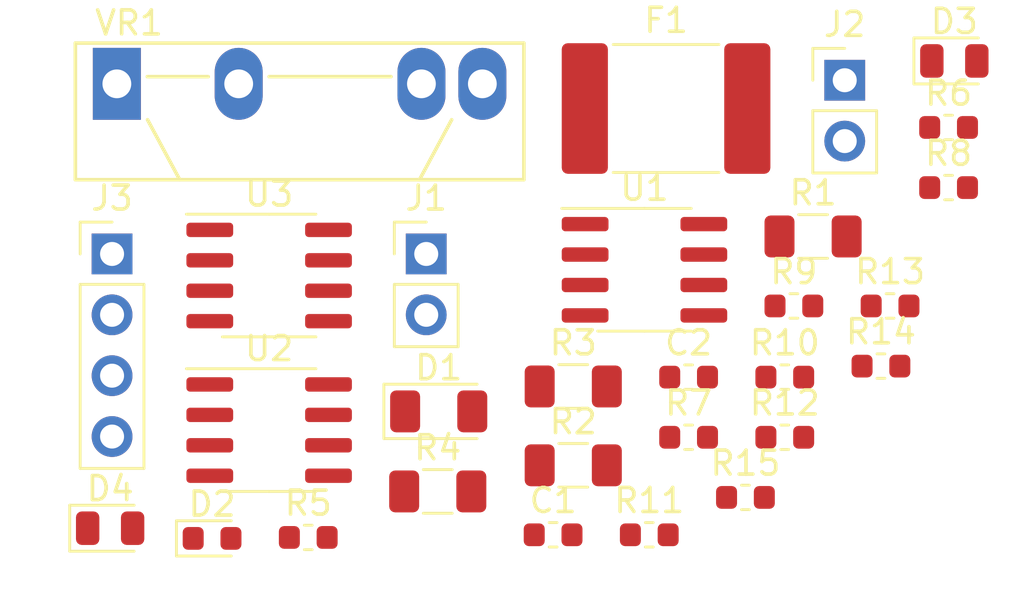
<source format=kicad_pcb>
(kicad_pcb (version 20171130) (host pcbnew "(5.1.4)-1")

  (general
    (thickness 1.6)
    (drawings 0)
    (tracks 0)
    (zones 0)
    (modules 29)
    (nets 25)
  )

  (page A4)
  (layers
    (0 F.Cu signal)
    (31 B.Cu signal)
    (32 B.Adhes user)
    (33 F.Adhes user)
    (34 B.Paste user)
    (35 F.Paste user)
    (36 B.SilkS user)
    (37 F.SilkS user)
    (38 B.Mask user)
    (39 F.Mask user)
    (40 Dwgs.User user)
    (41 Cmts.User user)
    (42 Eco1.User user)
    (43 Eco2.User user)
    (44 Edge.Cuts user)
    (45 Margin user)
    (46 B.CrtYd user)
    (47 F.CrtYd user)
    (48 B.Fab user)
    (49 F.Fab user)
  )

  (setup
    (last_trace_width 0.25)
    (trace_clearance 0.2)
    (zone_clearance 0.508)
    (zone_45_only no)
    (trace_min 0.2)
    (via_size 0.8)
    (via_drill 0.4)
    (via_min_size 0.4)
    (via_min_drill 0.3)
    (uvia_size 0.3)
    (uvia_drill 0.1)
    (uvias_allowed no)
    (uvia_min_size 0.2)
    (uvia_min_drill 0.1)
    (edge_width 0.1)
    (segment_width 0.2)
    (pcb_text_width 0.3)
    (pcb_text_size 1.5 1.5)
    (mod_edge_width 0.15)
    (mod_text_size 1 1)
    (mod_text_width 0.15)
    (pad_size 1.524 1.524)
    (pad_drill 0.762)
    (pad_to_mask_clearance 0)
    (aux_axis_origin 0 0)
    (visible_elements FFFFFF7F)
    (pcbplotparams
      (layerselection 0x010fc_ffffffff)
      (usegerberextensions false)
      (usegerberattributes false)
      (usegerberadvancedattributes false)
      (creategerberjobfile false)
      (excludeedgelayer true)
      (linewidth 0.100000)
      (plotframeref false)
      (viasonmask false)
      (mode 1)
      (useauxorigin false)
      (hpglpennumber 1)
      (hpglpenspeed 20)
      (hpglpendiameter 15.000000)
      (psnegative false)
      (psa4output false)
      (plotreference true)
      (plotvalue true)
      (plotinvisibletext false)
      (padsonsilk false)
      (subtractmaskfromsilk false)
      (outputformat 1)
      (mirror false)
      (drillshape 1)
      (scaleselection 1)
      (outputdirectory ""))
  )

  (net 0 "")
  (net 1 GNDiso)
  (net 2 "Net-(C1-Pad1)")
  (net 3 "Net-(C2-Pad1)")
  (net 4 GND)
  (net 5 "Net-(D1-Pad1)")
  (net 6 "Net-(D1-Pad2)")
  (net 7 "Net-(D3-Pad2)")
  (net 8 "Net-(D3-Pad1)")
  (net 9 "Net-(D4-Pad1)")
  (net 10 +24V)
  (net 11 "Net-(F1-Pad1)")
  (net 12 "Net-(F1-Pad2)")
  (net 13 "Net-(J3-Pad2)")
  (net 14 "Net-(R1-Pad1)")
  (net 15 "Net-(R2-Pad1)")
  (net 16 "Net-(R6-Pad1)")
  (net 17 "Net-(R6-Pad2)")
  (net 18 "Net-(R7-Pad1)")
  (net 19 "Net-(R12-Pad2)")
  (net 20 "Net-(R10-Pad2)")
  (net 21 +5Viso)
  (net 22 "Net-(U1-Pad7)")
  (net 23 "Net-(U2-Pad8)")
  (net 24 "Net-(U2-Pad7)")

  (net_class Default "This is the default net class."
    (clearance 0.2)
    (trace_width 0.25)
    (via_dia 0.8)
    (via_drill 0.4)
    (uvia_dia 0.3)
    (uvia_drill 0.1)
    (add_net +24V)
    (add_net +5Viso)
    (add_net GND)
    (add_net GNDiso)
    (add_net "Net-(C1-Pad1)")
    (add_net "Net-(C2-Pad1)")
    (add_net "Net-(D1-Pad1)")
    (add_net "Net-(D1-Pad2)")
    (add_net "Net-(D3-Pad1)")
    (add_net "Net-(D3-Pad2)")
    (add_net "Net-(D4-Pad1)")
    (add_net "Net-(F1-Pad1)")
    (add_net "Net-(F1-Pad2)")
    (add_net "Net-(J3-Pad2)")
    (add_net "Net-(R1-Pad1)")
    (add_net "Net-(R10-Pad2)")
    (add_net "Net-(R12-Pad2)")
    (add_net "Net-(R2-Pad1)")
    (add_net "Net-(R6-Pad1)")
    (add_net "Net-(R6-Pad2)")
    (add_net "Net-(R7-Pad1)")
    (add_net "Net-(U1-Pad7)")
    (add_net "Net-(U2-Pad7)")
    (add_net "Net-(U2-Pad8)")
  )

  (module Capacitor_SMD:C_0603_1608Metric (layer F.Cu) (tedit 5B301BBE) (tstamp 5D738619)
    (at 224.052541 141.704081)
    (descr "Capacitor SMD 0603 (1608 Metric), square (rectangular) end terminal, IPC_7351 nominal, (Body size source: http://www.tortai-tech.com/upload/download/2011102023233369053.pdf), generated with kicad-footprint-generator")
    (tags capacitor)
    (path /5D70B813)
    (attr smd)
    (fp_text reference C1 (at 0 -1.43) (layer F.SilkS)
      (effects (font (size 1 1) (thickness 0.15)))
    )
    (fp_text value 10n (at 0 1.43) (layer F.Fab)
      (effects (font (size 1 1) (thickness 0.15)))
    )
    (fp_text user %R (at 0 0) (layer F.Fab)
      (effects (font (size 0.4 0.4) (thickness 0.06)))
    )
    (fp_line (start 1.48 0.73) (end -1.48 0.73) (layer F.CrtYd) (width 0.05))
    (fp_line (start 1.48 -0.73) (end 1.48 0.73) (layer F.CrtYd) (width 0.05))
    (fp_line (start -1.48 -0.73) (end 1.48 -0.73) (layer F.CrtYd) (width 0.05))
    (fp_line (start -1.48 0.73) (end -1.48 -0.73) (layer F.CrtYd) (width 0.05))
    (fp_line (start -0.162779 0.51) (end 0.162779 0.51) (layer F.SilkS) (width 0.12))
    (fp_line (start -0.162779 -0.51) (end 0.162779 -0.51) (layer F.SilkS) (width 0.12))
    (fp_line (start 0.8 0.4) (end -0.8 0.4) (layer F.Fab) (width 0.1))
    (fp_line (start 0.8 -0.4) (end 0.8 0.4) (layer F.Fab) (width 0.1))
    (fp_line (start -0.8 -0.4) (end 0.8 -0.4) (layer F.Fab) (width 0.1))
    (fp_line (start -0.8 0.4) (end -0.8 -0.4) (layer F.Fab) (width 0.1))
    (pad 2 smd roundrect (at 0.7875 0) (size 0.875 0.95) (layers F.Cu F.Paste F.Mask) (roundrect_rratio 0.25)
      (net 1 GNDiso))
    (pad 1 smd roundrect (at -0.7875 0) (size 0.875 0.95) (layers F.Cu F.Paste F.Mask) (roundrect_rratio 0.25)
      (net 2 "Net-(C1-Pad1)"))
    (model ${KISYS3DMOD}/Capacitor_SMD.3dshapes/C_0603_1608Metric.wrl
      (at (xyz 0 0 0))
      (scale (xyz 1 1 1))
      (rotate (xyz 0 0 0))
    )
  )

  (module Capacitor_SMD:C_0603_1608Metric (layer F.Cu) (tedit 5B301BBE) (tstamp 5D73862A)
    (at 229.702541 135.124081)
    (descr "Capacitor SMD 0603 (1608 Metric), square (rectangular) end terminal, IPC_7351 nominal, (Body size source: http://www.tortai-tech.com/upload/download/2011102023233369053.pdf), generated with kicad-footprint-generator")
    (tags capacitor)
    (path /5D70C1EA)
    (attr smd)
    (fp_text reference C2 (at 0 -1.43) (layer F.SilkS)
      (effects (font (size 1 1) (thickness 0.15)))
    )
    (fp_text value 10n (at 0 1.43) (layer F.Fab)
      (effects (font (size 1 1) (thickness 0.15)))
    )
    (fp_line (start -0.8 0.4) (end -0.8 -0.4) (layer F.Fab) (width 0.1))
    (fp_line (start -0.8 -0.4) (end 0.8 -0.4) (layer F.Fab) (width 0.1))
    (fp_line (start 0.8 -0.4) (end 0.8 0.4) (layer F.Fab) (width 0.1))
    (fp_line (start 0.8 0.4) (end -0.8 0.4) (layer F.Fab) (width 0.1))
    (fp_line (start -0.162779 -0.51) (end 0.162779 -0.51) (layer F.SilkS) (width 0.12))
    (fp_line (start -0.162779 0.51) (end 0.162779 0.51) (layer F.SilkS) (width 0.12))
    (fp_line (start -1.48 0.73) (end -1.48 -0.73) (layer F.CrtYd) (width 0.05))
    (fp_line (start -1.48 -0.73) (end 1.48 -0.73) (layer F.CrtYd) (width 0.05))
    (fp_line (start 1.48 -0.73) (end 1.48 0.73) (layer F.CrtYd) (width 0.05))
    (fp_line (start 1.48 0.73) (end -1.48 0.73) (layer F.CrtYd) (width 0.05))
    (fp_text user %R (at 0 0) (layer F.Fab)
      (effects (font (size 0.4 0.4) (thickness 0.06)))
    )
    (pad 1 smd roundrect (at -0.7875 0) (size 0.875 0.95) (layers F.Cu F.Paste F.Mask) (roundrect_rratio 0.25)
      (net 3 "Net-(C2-Pad1)"))
    (pad 2 smd roundrect (at 0.7875 0) (size 0.875 0.95) (layers F.Cu F.Paste F.Mask) (roundrect_rratio 0.25)
      (net 4 GND))
    (model ${KISYS3DMOD}/Capacitor_SMD.3dshapes/C_0603_1608Metric.wrl
      (at (xyz 0 0 0))
      (scale (xyz 1 1 1))
      (rotate (xyz 0 0 0))
    )
  )

  (module Diode_SMD:D_1206_3216Metric (layer F.Cu) (tedit 5B301BBE) (tstamp 5D73863D)
    (at 219.282541 136.554081)
    (descr "Diode SMD 1206 (3216 Metric), square (rectangular) end terminal, IPC_7351 nominal, (Body size source: http://www.tortai-tech.com/upload/download/2011102023233369053.pdf), generated with kicad-footprint-generator")
    (tags diode)
    (path /5D6F9F62)
    (attr smd)
    (fp_text reference D1 (at 0 -1.82) (layer F.SilkS)
      (effects (font (size 1 1) (thickness 0.15)))
    )
    (fp_text value D_Schottky (at 0 1.82) (layer F.Fab)
      (effects (font (size 1 1) (thickness 0.15)))
    )
    (fp_line (start 1.6 -0.8) (end -1.2 -0.8) (layer F.Fab) (width 0.1))
    (fp_line (start -1.2 -0.8) (end -1.6 -0.4) (layer F.Fab) (width 0.1))
    (fp_line (start -1.6 -0.4) (end -1.6 0.8) (layer F.Fab) (width 0.1))
    (fp_line (start -1.6 0.8) (end 1.6 0.8) (layer F.Fab) (width 0.1))
    (fp_line (start 1.6 0.8) (end 1.6 -0.8) (layer F.Fab) (width 0.1))
    (fp_line (start 1.6 -1.135) (end -2.285 -1.135) (layer F.SilkS) (width 0.12))
    (fp_line (start -2.285 -1.135) (end -2.285 1.135) (layer F.SilkS) (width 0.12))
    (fp_line (start -2.285 1.135) (end 1.6 1.135) (layer F.SilkS) (width 0.12))
    (fp_line (start -2.28 1.12) (end -2.28 -1.12) (layer F.CrtYd) (width 0.05))
    (fp_line (start -2.28 -1.12) (end 2.28 -1.12) (layer F.CrtYd) (width 0.05))
    (fp_line (start 2.28 -1.12) (end 2.28 1.12) (layer F.CrtYd) (width 0.05))
    (fp_line (start 2.28 1.12) (end -2.28 1.12) (layer F.CrtYd) (width 0.05))
    (fp_text user %R (at 0 0) (layer F.Fab)
      (effects (font (size 0.8 0.8) (thickness 0.12)))
    )
    (pad 1 smd roundrect (at -1.4 0) (size 1.25 1.75) (layers F.Cu F.Paste F.Mask) (roundrect_rratio 0.2)
      (net 5 "Net-(D1-Pad1)"))
    (pad 2 smd roundrect (at 1.4 0) (size 1.25 1.75) (layers F.Cu F.Paste F.Mask) (roundrect_rratio 0.2)
      (net 6 "Net-(D1-Pad2)"))
    (model ${KISYS3DMOD}/Diode_SMD.3dshapes/D_1206_3216Metric.wrl
      (at (xyz 0 0 0))
      (scale (xyz 1 1 1))
      (rotate (xyz 0 0 0))
    )
  )

  (module Diode_SMD:D_0603_1608Metric (layer F.Cu) (tedit 5B301BBE) (tstamp 5D738650)
    (at 209.832541 141.854081)
    (descr "Diode SMD 0603 (1608 Metric), square (rectangular) end terminal, IPC_7351 nominal, (Body size source: http://www.tortai-tech.com/upload/download/2011102023233369053.pdf), generated with kicad-footprint-generator")
    (tags diode)
    (path /5D6EAA4D)
    (attr smd)
    (fp_text reference D2 (at 0 -1.43) (layer F.SilkS)
      (effects (font (size 1 1) (thickness 0.15)))
    )
    (fp_text value 5V (at 0 1.43) (layer F.Fab)
      (effects (font (size 1 1) (thickness 0.15)))
    )
    (fp_line (start 0.8 -0.4) (end -0.5 -0.4) (layer F.Fab) (width 0.1))
    (fp_line (start -0.5 -0.4) (end -0.8 -0.1) (layer F.Fab) (width 0.1))
    (fp_line (start -0.8 -0.1) (end -0.8 0.4) (layer F.Fab) (width 0.1))
    (fp_line (start -0.8 0.4) (end 0.8 0.4) (layer F.Fab) (width 0.1))
    (fp_line (start 0.8 0.4) (end 0.8 -0.4) (layer F.Fab) (width 0.1))
    (fp_line (start 0.8 -0.735) (end -1.485 -0.735) (layer F.SilkS) (width 0.12))
    (fp_line (start -1.485 -0.735) (end -1.485 0.735) (layer F.SilkS) (width 0.12))
    (fp_line (start -1.485 0.735) (end 0.8 0.735) (layer F.SilkS) (width 0.12))
    (fp_line (start -1.48 0.73) (end -1.48 -0.73) (layer F.CrtYd) (width 0.05))
    (fp_line (start -1.48 -0.73) (end 1.48 -0.73) (layer F.CrtYd) (width 0.05))
    (fp_line (start 1.48 -0.73) (end 1.48 0.73) (layer F.CrtYd) (width 0.05))
    (fp_line (start 1.48 0.73) (end -1.48 0.73) (layer F.CrtYd) (width 0.05))
    (fp_text user %R (at 0 0) (layer F.Fab)
      (effects (font (size 0.4 0.4) (thickness 0.06)))
    )
    (pad 1 smd roundrect (at -0.7875 0) (size 0.875 0.95) (layers F.Cu F.Paste F.Mask) (roundrect_rratio 0.25)
      (net 2 "Net-(C1-Pad1)"))
    (pad 2 smd roundrect (at 0.7875 0) (size 0.875 0.95) (layers F.Cu F.Paste F.Mask) (roundrect_rratio 0.25)
      (net 1 GNDiso))
    (model ${KISYS3DMOD}/Diode_SMD.3dshapes/D_0603_1608Metric.wrl
      (at (xyz 0 0 0))
      (scale (xyz 1 1 1))
      (rotate (xyz 0 0 0))
    )
  )

  (module LED_SMD:LED_0805_2012Metric (layer F.Cu) (tedit 5B36C52C) (tstamp 5D738663)
    (at 240.782541 121.929081)
    (descr "LED SMD 0805 (2012 Metric), square (rectangular) end terminal, IPC_7351 nominal, (Body size source: https://docs.google.com/spreadsheets/d/1BsfQQcO9C6DZCsRaXUlFlo91Tg2WpOkGARC1WS5S8t0/edit?usp=sharing), generated with kicad-footprint-generator")
    (tags diode)
    (path /5D739BD3)
    (attr smd)
    (fp_text reference D3 (at 0 -1.65) (layer F.SilkS)
      (effects (font (size 1 1) (thickness 0.15)))
    )
    (fp_text value YELLOW (at 0 1.65) (layer F.Fab)
      (effects (font (size 1 1) (thickness 0.15)))
    )
    (fp_text user %R (at 0 0) (layer F.Fab)
      (effects (font (size 0.5 0.5) (thickness 0.08)))
    )
    (fp_line (start 1.68 0.95) (end -1.68 0.95) (layer F.CrtYd) (width 0.05))
    (fp_line (start 1.68 -0.95) (end 1.68 0.95) (layer F.CrtYd) (width 0.05))
    (fp_line (start -1.68 -0.95) (end 1.68 -0.95) (layer F.CrtYd) (width 0.05))
    (fp_line (start -1.68 0.95) (end -1.68 -0.95) (layer F.CrtYd) (width 0.05))
    (fp_line (start -1.685 0.96) (end 1 0.96) (layer F.SilkS) (width 0.12))
    (fp_line (start -1.685 -0.96) (end -1.685 0.96) (layer F.SilkS) (width 0.12))
    (fp_line (start 1 -0.96) (end -1.685 -0.96) (layer F.SilkS) (width 0.12))
    (fp_line (start 1 0.6) (end 1 -0.6) (layer F.Fab) (width 0.1))
    (fp_line (start -1 0.6) (end 1 0.6) (layer F.Fab) (width 0.1))
    (fp_line (start -1 -0.3) (end -1 0.6) (layer F.Fab) (width 0.1))
    (fp_line (start -0.7 -0.6) (end -1 -0.3) (layer F.Fab) (width 0.1))
    (fp_line (start 1 -0.6) (end -0.7 -0.6) (layer F.Fab) (width 0.1))
    (pad 2 smd roundrect (at 0.9375 0) (size 0.975 1.4) (layers F.Cu F.Paste F.Mask) (roundrect_rratio 0.25)
      (net 7 "Net-(D3-Pad2)"))
    (pad 1 smd roundrect (at -0.9375 0) (size 0.975 1.4) (layers F.Cu F.Paste F.Mask) (roundrect_rratio 0.25)
      (net 8 "Net-(D3-Pad1)"))
    (model ${KISYS3DMOD}/LED_SMD.3dshapes/LED_0805_2012Metric.wrl
      (at (xyz 0 0 0))
      (scale (xyz 1 1 1))
      (rotate (xyz 0 0 0))
    )
  )

  (module LED_SMD:LED_0805_2012Metric (layer F.Cu) (tedit 5B36C52C) (tstamp 5D738676)
    (at 205.582541 141.429081)
    (descr "LED SMD 0805 (2012 Metric), square (rectangular) end terminal, IPC_7351 nominal, (Body size source: https://docs.google.com/spreadsheets/d/1BsfQQcO9C6DZCsRaXUlFlo91Tg2WpOkGARC1WS5S8t0/edit?usp=sharing), generated with kicad-footprint-generator")
    (tags diode)
    (path /5D737E47)
    (attr smd)
    (fp_text reference D4 (at 0 -1.65) (layer F.SilkS)
      (effects (font (size 1 1) (thickness 0.15)))
    )
    (fp_text value RED (at 0 1.65) (layer F.Fab)
      (effects (font (size 1 1) (thickness 0.15)))
    )
    (fp_line (start 1 -0.6) (end -0.7 -0.6) (layer F.Fab) (width 0.1))
    (fp_line (start -0.7 -0.6) (end -1 -0.3) (layer F.Fab) (width 0.1))
    (fp_line (start -1 -0.3) (end -1 0.6) (layer F.Fab) (width 0.1))
    (fp_line (start -1 0.6) (end 1 0.6) (layer F.Fab) (width 0.1))
    (fp_line (start 1 0.6) (end 1 -0.6) (layer F.Fab) (width 0.1))
    (fp_line (start 1 -0.96) (end -1.685 -0.96) (layer F.SilkS) (width 0.12))
    (fp_line (start -1.685 -0.96) (end -1.685 0.96) (layer F.SilkS) (width 0.12))
    (fp_line (start -1.685 0.96) (end 1 0.96) (layer F.SilkS) (width 0.12))
    (fp_line (start -1.68 0.95) (end -1.68 -0.95) (layer F.CrtYd) (width 0.05))
    (fp_line (start -1.68 -0.95) (end 1.68 -0.95) (layer F.CrtYd) (width 0.05))
    (fp_line (start 1.68 -0.95) (end 1.68 0.95) (layer F.CrtYd) (width 0.05))
    (fp_line (start 1.68 0.95) (end -1.68 0.95) (layer F.CrtYd) (width 0.05))
    (fp_text user %R (at 0 0) (layer F.Fab)
      (effects (font (size 0.5 0.5) (thickness 0.08)))
    )
    (pad 1 smd roundrect (at -0.9375 0) (size 0.975 1.4) (layers F.Cu F.Paste F.Mask) (roundrect_rratio 0.25)
      (net 9 "Net-(D4-Pad1)"))
    (pad 2 smd roundrect (at 0.9375 0) (size 0.975 1.4) (layers F.Cu F.Paste F.Mask) (roundrect_rratio 0.25)
      (net 10 +24V))
    (model ${KISYS3DMOD}/LED_SMD.3dshapes/LED_0805_2012Metric.wrl
      (at (xyz 0 0 0))
      (scale (xyz 1 1 1))
      (rotate (xyz 0 0 0))
    )
  )

  (module Fuse:Fuse_2920_7451Metric (layer F.Cu) (tedit 5B341557) (tstamp 5D738687)
    (at 228.762541 123.914081)
    (descr "Fuse SMD 2920 (7451 Metric), square (rectangular) end terminal, IPC_7351 nominal, (Body size from: http://www.megastar.com/products/fusetronic/polyswitch/PDF/smd2920.pdf), generated with kicad-footprint-generator")
    (tags resistor)
    (path /5D6E7212)
    (attr smd)
    (fp_text reference F1 (at 0 -3.68) (layer F.SilkS)
      (effects (font (size 1 1) (thickness 0.15)))
    )
    (fp_text value Fuse (at 0 3.68) (layer F.Fab)
      (effects (font (size 1 1) (thickness 0.15)))
    )
    (fp_line (start -3.6775 2.56) (end -3.6775 -2.56) (layer F.Fab) (width 0.1))
    (fp_line (start -3.6775 -2.56) (end 3.6775 -2.56) (layer F.Fab) (width 0.1))
    (fp_line (start 3.6775 -2.56) (end 3.6775 2.56) (layer F.Fab) (width 0.1))
    (fp_line (start 3.6775 2.56) (end -3.6775 2.56) (layer F.Fab) (width 0.1))
    (fp_line (start -2.203752 -2.67) (end 2.203752 -2.67) (layer F.SilkS) (width 0.12))
    (fp_line (start -2.203752 2.67) (end 2.203752 2.67) (layer F.SilkS) (width 0.12))
    (fp_line (start -4.6 2.98) (end -4.6 -2.98) (layer F.CrtYd) (width 0.05))
    (fp_line (start -4.6 -2.98) (end 4.6 -2.98) (layer F.CrtYd) (width 0.05))
    (fp_line (start 4.6 -2.98) (end 4.6 2.98) (layer F.CrtYd) (width 0.05))
    (fp_line (start 4.6 2.98) (end -4.6 2.98) (layer F.CrtYd) (width 0.05))
    (fp_text user %R (at 0 0) (layer F.Fab)
      (effects (font (size 1 1) (thickness 0.15)))
    )
    (pad 1 smd roundrect (at -3.3875 0) (size 1.925 5.45) (layers F.Cu F.Paste F.Mask) (roundrect_rratio 0.12987)
      (net 11 "Net-(F1-Pad1)"))
    (pad 2 smd roundrect (at 3.3875 0) (size 1.925 5.45) (layers F.Cu F.Paste F.Mask) (roundrect_rratio 0.12987)
      (net 12 "Net-(F1-Pad2)"))
    (model ${KISYS3DMOD}/Fuse.3dshapes/Fuse_2920_7451Metric.wrl
      (at (xyz 0 0 0))
      (scale (xyz 1 1 1))
      (rotate (xyz 0 0 0))
    )
  )

  (module Connector_PinHeader_2.54mm:PinHeader_1x02_P2.54mm_Vertical (layer F.Cu) (tedit 59FED5CC) (tstamp 5D73869D)
    (at 218.762541 129.984081)
    (descr "Through hole straight pin header, 1x02, 2.54mm pitch, single row")
    (tags "Through hole pin header THT 1x02 2.54mm single row")
    (path /5D77671A)
    (fp_text reference J1 (at 0 -2.33) (layer F.SilkS)
      (effects (font (size 1 1) (thickness 0.15)))
    )
    (fp_text value Conn_01x02_Male (at 0 4.87) (layer F.Fab)
      (effects (font (size 1 1) (thickness 0.15)))
    )
    (fp_text user %R (at 0 1.27 90) (layer F.Fab)
      (effects (font (size 1 1) (thickness 0.15)))
    )
    (fp_line (start 1.8 -1.8) (end -1.8 -1.8) (layer F.CrtYd) (width 0.05))
    (fp_line (start 1.8 4.35) (end 1.8 -1.8) (layer F.CrtYd) (width 0.05))
    (fp_line (start -1.8 4.35) (end 1.8 4.35) (layer F.CrtYd) (width 0.05))
    (fp_line (start -1.8 -1.8) (end -1.8 4.35) (layer F.CrtYd) (width 0.05))
    (fp_line (start -1.33 -1.33) (end 0 -1.33) (layer F.SilkS) (width 0.12))
    (fp_line (start -1.33 0) (end -1.33 -1.33) (layer F.SilkS) (width 0.12))
    (fp_line (start -1.33 1.27) (end 1.33 1.27) (layer F.SilkS) (width 0.12))
    (fp_line (start 1.33 1.27) (end 1.33 3.87) (layer F.SilkS) (width 0.12))
    (fp_line (start -1.33 1.27) (end -1.33 3.87) (layer F.SilkS) (width 0.12))
    (fp_line (start -1.33 3.87) (end 1.33 3.87) (layer F.SilkS) (width 0.12))
    (fp_line (start -1.27 -0.635) (end -0.635 -1.27) (layer F.Fab) (width 0.1))
    (fp_line (start -1.27 3.81) (end -1.27 -0.635) (layer F.Fab) (width 0.1))
    (fp_line (start 1.27 3.81) (end -1.27 3.81) (layer F.Fab) (width 0.1))
    (fp_line (start 1.27 -1.27) (end 1.27 3.81) (layer F.Fab) (width 0.1))
    (fp_line (start -0.635 -1.27) (end 1.27 -1.27) (layer F.Fab) (width 0.1))
    (pad 2 thru_hole oval (at 0 2.54) (size 1.7 1.7) (drill 1) (layers *.Cu *.Mask)
      (net 12 "Net-(F1-Pad2)"))
    (pad 1 thru_hole rect (at 0 0) (size 1.7 1.7) (drill 1) (layers *.Cu *.Mask)
      (net 12 "Net-(F1-Pad2)"))
    (model ${KISYS3DMOD}/Connector_PinHeader_2.54mm.3dshapes/PinHeader_1x02_P2.54mm_Vertical.wrl
      (at (xyz 0 0 0))
      (scale (xyz 1 1 1))
      (rotate (xyz 0 0 0))
    )
  )

  (module Connector_PinHeader_2.54mm:PinHeader_1x02_P2.54mm_Vertical (layer F.Cu) (tedit 59FED5CC) (tstamp 5D7386B3)
    (at 236.212541 122.734081)
    (descr "Through hole straight pin header, 1x02, 2.54mm pitch, single row")
    (tags "Through hole pin header THT 1x02 2.54mm single row")
    (path /5D77865B)
    (fp_text reference J2 (at 0 -2.33) (layer F.SilkS)
      (effects (font (size 1 1) (thickness 0.15)))
    )
    (fp_text value Conn_01x02_Male (at 0 4.87) (layer F.Fab)
      (effects (font (size 1 1) (thickness 0.15)))
    )
    (fp_line (start -0.635 -1.27) (end 1.27 -1.27) (layer F.Fab) (width 0.1))
    (fp_line (start 1.27 -1.27) (end 1.27 3.81) (layer F.Fab) (width 0.1))
    (fp_line (start 1.27 3.81) (end -1.27 3.81) (layer F.Fab) (width 0.1))
    (fp_line (start -1.27 3.81) (end -1.27 -0.635) (layer F.Fab) (width 0.1))
    (fp_line (start -1.27 -0.635) (end -0.635 -1.27) (layer F.Fab) (width 0.1))
    (fp_line (start -1.33 3.87) (end 1.33 3.87) (layer F.SilkS) (width 0.12))
    (fp_line (start -1.33 1.27) (end -1.33 3.87) (layer F.SilkS) (width 0.12))
    (fp_line (start 1.33 1.27) (end 1.33 3.87) (layer F.SilkS) (width 0.12))
    (fp_line (start -1.33 1.27) (end 1.33 1.27) (layer F.SilkS) (width 0.12))
    (fp_line (start -1.33 0) (end -1.33 -1.33) (layer F.SilkS) (width 0.12))
    (fp_line (start -1.33 -1.33) (end 0 -1.33) (layer F.SilkS) (width 0.12))
    (fp_line (start -1.8 -1.8) (end -1.8 4.35) (layer F.CrtYd) (width 0.05))
    (fp_line (start -1.8 4.35) (end 1.8 4.35) (layer F.CrtYd) (width 0.05))
    (fp_line (start 1.8 4.35) (end 1.8 -1.8) (layer F.CrtYd) (width 0.05))
    (fp_line (start 1.8 -1.8) (end -1.8 -1.8) (layer F.CrtYd) (width 0.05))
    (fp_text user %R (at 0 1.27 90) (layer F.Fab)
      (effects (font (size 1 1) (thickness 0.15)))
    )
    (pad 1 thru_hole rect (at 0 0) (size 1.7 1.7) (drill 1) (layers *.Cu *.Mask)
      (net 5 "Net-(D1-Pad1)"))
    (pad 2 thru_hole oval (at 0 2.54) (size 1.7 1.7) (drill 1) (layers *.Cu *.Mask)
      (net 5 "Net-(D1-Pad1)"))
    (model ${KISYS3DMOD}/Connector_PinHeader_2.54mm.3dshapes/PinHeader_1x02_P2.54mm_Vertical.wrl
      (at (xyz 0 0 0))
      (scale (xyz 1 1 1))
      (rotate (xyz 0 0 0))
    )
  )

  (module Connector_PinHeader_2.54mm:PinHeader_1x04_P2.54mm_Vertical (layer F.Cu) (tedit 59FED5CC) (tstamp 5D7386CB)
    (at 205.662541 129.984081)
    (descr "Through hole straight pin header, 1x04, 2.54mm pitch, single row")
    (tags "Through hole pin header THT 1x04 2.54mm single row")
    (path /5D77E214)
    (fp_text reference J3 (at 0 -2.33) (layer F.SilkS)
      (effects (font (size 1 1) (thickness 0.15)))
    )
    (fp_text value Conn_01x04 (at 0 9.95) (layer F.Fab)
      (effects (font (size 1 1) (thickness 0.15)))
    )
    (fp_line (start -0.635 -1.27) (end 1.27 -1.27) (layer F.Fab) (width 0.1))
    (fp_line (start 1.27 -1.27) (end 1.27 8.89) (layer F.Fab) (width 0.1))
    (fp_line (start 1.27 8.89) (end -1.27 8.89) (layer F.Fab) (width 0.1))
    (fp_line (start -1.27 8.89) (end -1.27 -0.635) (layer F.Fab) (width 0.1))
    (fp_line (start -1.27 -0.635) (end -0.635 -1.27) (layer F.Fab) (width 0.1))
    (fp_line (start -1.33 8.95) (end 1.33 8.95) (layer F.SilkS) (width 0.12))
    (fp_line (start -1.33 1.27) (end -1.33 8.95) (layer F.SilkS) (width 0.12))
    (fp_line (start 1.33 1.27) (end 1.33 8.95) (layer F.SilkS) (width 0.12))
    (fp_line (start -1.33 1.27) (end 1.33 1.27) (layer F.SilkS) (width 0.12))
    (fp_line (start -1.33 0) (end -1.33 -1.33) (layer F.SilkS) (width 0.12))
    (fp_line (start -1.33 -1.33) (end 0 -1.33) (layer F.SilkS) (width 0.12))
    (fp_line (start -1.8 -1.8) (end -1.8 9.4) (layer F.CrtYd) (width 0.05))
    (fp_line (start -1.8 9.4) (end 1.8 9.4) (layer F.CrtYd) (width 0.05))
    (fp_line (start 1.8 9.4) (end 1.8 -1.8) (layer F.CrtYd) (width 0.05))
    (fp_line (start 1.8 -1.8) (end -1.8 -1.8) (layer F.CrtYd) (width 0.05))
    (fp_text user %R (at 0 3.81 90) (layer F.Fab)
      (effects (font (size 1 1) (thickness 0.15)))
    )
    (pad 1 thru_hole rect (at 0 0) (size 1.7 1.7) (drill 1) (layers *.Cu *.Mask)
      (net 10 +24V))
    (pad 2 thru_hole oval (at 0 2.54) (size 1.7 1.7) (drill 1) (layers *.Cu *.Mask)
      (net 13 "Net-(J3-Pad2)"))
    (pad 3 thru_hole oval (at 0 5.08) (size 1.7 1.7) (drill 1) (layers *.Cu *.Mask)
      (net 4 GND))
    (pad 4 thru_hole oval (at 0 7.62) (size 1.7 1.7) (drill 1) (layers *.Cu *.Mask)
      (net 4 GND))
    (model ${KISYS3DMOD}/Connector_PinHeader_2.54mm.3dshapes/PinHeader_1x04_P2.54mm_Vertical.wrl
      (at (xyz 0 0 0))
      (scale (xyz 1 1 1))
      (rotate (xyz 0 0 0))
    )
  )

  (module Resistor_SMD:R_1206_3216Metric (layer F.Cu) (tedit 5B301BBD) (tstamp 5D7386DC)
    (at 234.892541 129.254081)
    (descr "Resistor SMD 1206 (3216 Metric), square (rectangular) end terminal, IPC_7351 nominal, (Body size source: http://www.tortai-tech.com/upload/download/2011102023233369053.pdf), generated with kicad-footprint-generator")
    (tags resistor)
    (path /5D70D443)
    (attr smd)
    (fp_text reference R1 (at 0 -1.82) (layer F.SilkS)
      (effects (font (size 1 1) (thickness 0.15)))
    )
    (fp_text value 2M (at 0 1.82) (layer F.Fab)
      (effects (font (size 1 1) (thickness 0.15)))
    )
    (fp_line (start -1.6 0.8) (end -1.6 -0.8) (layer F.Fab) (width 0.1))
    (fp_line (start -1.6 -0.8) (end 1.6 -0.8) (layer F.Fab) (width 0.1))
    (fp_line (start 1.6 -0.8) (end 1.6 0.8) (layer F.Fab) (width 0.1))
    (fp_line (start 1.6 0.8) (end -1.6 0.8) (layer F.Fab) (width 0.1))
    (fp_line (start -0.602064 -0.91) (end 0.602064 -0.91) (layer F.SilkS) (width 0.12))
    (fp_line (start -0.602064 0.91) (end 0.602064 0.91) (layer F.SilkS) (width 0.12))
    (fp_line (start -2.28 1.12) (end -2.28 -1.12) (layer F.CrtYd) (width 0.05))
    (fp_line (start -2.28 -1.12) (end 2.28 -1.12) (layer F.CrtYd) (width 0.05))
    (fp_line (start 2.28 -1.12) (end 2.28 1.12) (layer F.CrtYd) (width 0.05))
    (fp_line (start 2.28 1.12) (end -2.28 1.12) (layer F.CrtYd) (width 0.05))
    (fp_text user %R (at 0 0) (layer F.Fab)
      (effects (font (size 0.8 0.8) (thickness 0.12)))
    )
    (pad 1 smd roundrect (at -1.4 0) (size 1.25 1.75) (layers F.Cu F.Paste F.Mask) (roundrect_rratio 0.2)
      (net 14 "Net-(R1-Pad1)"))
    (pad 2 smd roundrect (at 1.4 0) (size 1.25 1.75) (layers F.Cu F.Paste F.Mask) (roundrect_rratio 0.2)
      (net 11 "Net-(F1-Pad1)"))
    (model ${KISYS3DMOD}/Resistor_SMD.3dshapes/R_1206_3216Metric.wrl
      (at (xyz 0 0 0))
      (scale (xyz 1 1 1))
      (rotate (xyz 0 0 0))
    )
  )

  (module Resistor_SMD:R_1206_3216Metric (layer F.Cu) (tedit 5B301BBD) (tstamp 5D7386ED)
    (at 224.892541 138.804081)
    (descr "Resistor SMD 1206 (3216 Metric), square (rectangular) end terminal, IPC_7351 nominal, (Body size source: http://www.tortai-tech.com/upload/download/2011102023233369053.pdf), generated with kicad-footprint-generator")
    (tags resistor)
    (path /5D70FB91)
    (attr smd)
    (fp_text reference R2 (at 0 -1.82) (layer F.SilkS)
      (effects (font (size 1 1) (thickness 0.15)))
    )
    (fp_text value 2M (at 0 1.82) (layer F.Fab)
      (effects (font (size 1 1) (thickness 0.15)))
    )
    (fp_text user %R (at 0 0) (layer F.Fab)
      (effects (font (size 0.8 0.8) (thickness 0.12)))
    )
    (fp_line (start 2.28 1.12) (end -2.28 1.12) (layer F.CrtYd) (width 0.05))
    (fp_line (start 2.28 -1.12) (end 2.28 1.12) (layer F.CrtYd) (width 0.05))
    (fp_line (start -2.28 -1.12) (end 2.28 -1.12) (layer F.CrtYd) (width 0.05))
    (fp_line (start -2.28 1.12) (end -2.28 -1.12) (layer F.CrtYd) (width 0.05))
    (fp_line (start -0.602064 0.91) (end 0.602064 0.91) (layer F.SilkS) (width 0.12))
    (fp_line (start -0.602064 -0.91) (end 0.602064 -0.91) (layer F.SilkS) (width 0.12))
    (fp_line (start 1.6 0.8) (end -1.6 0.8) (layer F.Fab) (width 0.1))
    (fp_line (start 1.6 -0.8) (end 1.6 0.8) (layer F.Fab) (width 0.1))
    (fp_line (start -1.6 -0.8) (end 1.6 -0.8) (layer F.Fab) (width 0.1))
    (fp_line (start -1.6 0.8) (end -1.6 -0.8) (layer F.Fab) (width 0.1))
    (pad 2 smd roundrect (at 1.4 0) (size 1.25 1.75) (layers F.Cu F.Paste F.Mask) (roundrect_rratio 0.2)
      (net 6 "Net-(D1-Pad2)"))
    (pad 1 smd roundrect (at -1.4 0) (size 1.25 1.75) (layers F.Cu F.Paste F.Mask) (roundrect_rratio 0.2)
      (net 15 "Net-(R2-Pad1)"))
    (model ${KISYS3DMOD}/Resistor_SMD.3dshapes/R_1206_3216Metric.wrl
      (at (xyz 0 0 0))
      (scale (xyz 1 1 1))
      (rotate (xyz 0 0 0))
    )
  )

  (module Resistor_SMD:R_1206_3216Metric (layer F.Cu) (tedit 5B301BBD) (tstamp 5D7386FE)
    (at 224.892541 135.514081)
    (descr "Resistor SMD 1206 (3216 Metric), square (rectangular) end terminal, IPC_7351 nominal, (Body size source: http://www.tortai-tech.com/upload/download/2011102023233369053.pdf), generated with kicad-footprint-generator")
    (tags resistor)
    (path /5D70E636)
    (attr smd)
    (fp_text reference R3 (at 0 -1.82) (layer F.SilkS)
      (effects (font (size 1 1) (thickness 0.15)))
    )
    (fp_text value 2M (at 0 1.82) (layer F.Fab)
      (effects (font (size 1 1) (thickness 0.15)))
    )
    (fp_text user %R (at 0 0) (layer F.Fab)
      (effects (font (size 0.8 0.8) (thickness 0.12)))
    )
    (fp_line (start 2.28 1.12) (end -2.28 1.12) (layer F.CrtYd) (width 0.05))
    (fp_line (start 2.28 -1.12) (end 2.28 1.12) (layer F.CrtYd) (width 0.05))
    (fp_line (start -2.28 -1.12) (end 2.28 -1.12) (layer F.CrtYd) (width 0.05))
    (fp_line (start -2.28 1.12) (end -2.28 -1.12) (layer F.CrtYd) (width 0.05))
    (fp_line (start -0.602064 0.91) (end 0.602064 0.91) (layer F.SilkS) (width 0.12))
    (fp_line (start -0.602064 -0.91) (end 0.602064 -0.91) (layer F.SilkS) (width 0.12))
    (fp_line (start 1.6 0.8) (end -1.6 0.8) (layer F.Fab) (width 0.1))
    (fp_line (start 1.6 -0.8) (end 1.6 0.8) (layer F.Fab) (width 0.1))
    (fp_line (start -1.6 -0.8) (end 1.6 -0.8) (layer F.Fab) (width 0.1))
    (fp_line (start -1.6 0.8) (end -1.6 -0.8) (layer F.Fab) (width 0.1))
    (pad 2 smd roundrect (at 1.4 0) (size 1.25 1.75) (layers F.Cu F.Paste F.Mask) (roundrect_rratio 0.2)
      (net 14 "Net-(R1-Pad1)"))
    (pad 1 smd roundrect (at -1.4 0) (size 1.25 1.75) (layers F.Cu F.Paste F.Mask) (roundrect_rratio 0.2)
      (net 2 "Net-(C1-Pad1)"))
    (model ${KISYS3DMOD}/Resistor_SMD.3dshapes/R_1206_3216Metric.wrl
      (at (xyz 0 0 0))
      (scale (xyz 1 1 1))
      (rotate (xyz 0 0 0))
    )
  )

  (module Resistor_SMD:R_1206_3216Metric (layer F.Cu) (tedit 5B301BBD) (tstamp 5D73870F)
    (at 219.242541 139.894081)
    (descr "Resistor SMD 1206 (3216 Metric), square (rectangular) end terminal, IPC_7351 nominal, (Body size source: http://www.tortai-tech.com/upload/download/2011102023233369053.pdf), generated with kicad-footprint-generator")
    (tags resistor)
    (path /5D70F8E7)
    (attr smd)
    (fp_text reference R4 (at 0 -1.82) (layer F.SilkS)
      (effects (font (size 1 1) (thickness 0.15)))
    )
    (fp_text value 2M (at 0 1.82) (layer F.Fab)
      (effects (font (size 1 1) (thickness 0.15)))
    )
    (fp_line (start -1.6 0.8) (end -1.6 -0.8) (layer F.Fab) (width 0.1))
    (fp_line (start -1.6 -0.8) (end 1.6 -0.8) (layer F.Fab) (width 0.1))
    (fp_line (start 1.6 -0.8) (end 1.6 0.8) (layer F.Fab) (width 0.1))
    (fp_line (start 1.6 0.8) (end -1.6 0.8) (layer F.Fab) (width 0.1))
    (fp_line (start -0.602064 -0.91) (end 0.602064 -0.91) (layer F.SilkS) (width 0.12))
    (fp_line (start -0.602064 0.91) (end 0.602064 0.91) (layer F.SilkS) (width 0.12))
    (fp_line (start -2.28 1.12) (end -2.28 -1.12) (layer F.CrtYd) (width 0.05))
    (fp_line (start -2.28 -1.12) (end 2.28 -1.12) (layer F.CrtYd) (width 0.05))
    (fp_line (start 2.28 -1.12) (end 2.28 1.12) (layer F.CrtYd) (width 0.05))
    (fp_line (start 2.28 1.12) (end -2.28 1.12) (layer F.CrtYd) (width 0.05))
    (fp_text user %R (at 0 0) (layer F.Fab)
      (effects (font (size 0.8 0.8) (thickness 0.12)))
    )
    (pad 1 smd roundrect (at -1.4 0) (size 1.25 1.75) (layers F.Cu F.Paste F.Mask) (roundrect_rratio 0.2)
      (net 1 GNDiso))
    (pad 2 smd roundrect (at 1.4 0) (size 1.25 1.75) (layers F.Cu F.Paste F.Mask) (roundrect_rratio 0.2)
      (net 15 "Net-(R2-Pad1)"))
    (model ${KISYS3DMOD}/Resistor_SMD.3dshapes/R_1206_3216Metric.wrl
      (at (xyz 0 0 0))
      (scale (xyz 1 1 1))
      (rotate (xyz 0 0 0))
    )
  )

  (module Resistor_SMD:R_0603_1608Metric (layer F.Cu) (tedit 5B301BBD) (tstamp 5D738720)
    (at 213.842541 141.814081)
    (descr "Resistor SMD 0603 (1608 Metric), square (rectangular) end terminal, IPC_7351 nominal, (Body size source: http://www.tortai-tech.com/upload/download/2011102023233369053.pdf), generated with kicad-footprint-generator")
    (tags resistor)
    (path /5D708373)
    (attr smd)
    (fp_text reference R5 (at 0 -1.43) (layer F.SilkS)
      (effects (font (size 1 1) (thickness 0.15)))
    )
    (fp_text value 100K (at 0 1.43) (layer F.Fab)
      (effects (font (size 1 1) (thickness 0.15)))
    )
    (fp_line (start -0.8 0.4) (end -0.8 -0.4) (layer F.Fab) (width 0.1))
    (fp_line (start -0.8 -0.4) (end 0.8 -0.4) (layer F.Fab) (width 0.1))
    (fp_line (start 0.8 -0.4) (end 0.8 0.4) (layer F.Fab) (width 0.1))
    (fp_line (start 0.8 0.4) (end -0.8 0.4) (layer F.Fab) (width 0.1))
    (fp_line (start -0.162779 -0.51) (end 0.162779 -0.51) (layer F.SilkS) (width 0.12))
    (fp_line (start -0.162779 0.51) (end 0.162779 0.51) (layer F.SilkS) (width 0.12))
    (fp_line (start -1.48 0.73) (end -1.48 -0.73) (layer F.CrtYd) (width 0.05))
    (fp_line (start -1.48 -0.73) (end 1.48 -0.73) (layer F.CrtYd) (width 0.05))
    (fp_line (start 1.48 -0.73) (end 1.48 0.73) (layer F.CrtYd) (width 0.05))
    (fp_line (start 1.48 0.73) (end -1.48 0.73) (layer F.CrtYd) (width 0.05))
    (fp_text user %R (at 0 0) (layer F.Fab)
      (effects (font (size 0.4 0.4) (thickness 0.06)))
    )
    (pad 1 smd roundrect (at -0.7875 0) (size 0.875 0.95) (layers F.Cu F.Paste F.Mask) (roundrect_rratio 0.25)
      (net 2 "Net-(C1-Pad1)"))
    (pad 2 smd roundrect (at 0.7875 0) (size 0.875 0.95) (layers F.Cu F.Paste F.Mask) (roundrect_rratio 0.25)
      (net 1 GNDiso))
    (model ${KISYS3DMOD}/Resistor_SMD.3dshapes/R_0603_1608Metric.wrl
      (at (xyz 0 0 0))
      (scale (xyz 1 1 1))
      (rotate (xyz 0 0 0))
    )
  )

  (module Resistor_SMD:R_0603_1608Metric (layer F.Cu) (tedit 5B301BBD) (tstamp 5D738731)
    (at 240.542541 124.704081)
    (descr "Resistor SMD 0603 (1608 Metric), square (rectangular) end terminal, IPC_7351 nominal, (Body size source: http://www.tortai-tech.com/upload/download/2011102023233369053.pdf), generated with kicad-footprint-generator")
    (tags resistor)
    (path /5D70A493)
    (attr smd)
    (fp_text reference R6 (at 0 -1.43) (layer F.SilkS)
      (effects (font (size 1 1) (thickness 0.15)))
    )
    (fp_text value 2K (at 0 1.43) (layer F.Fab)
      (effects (font (size 1 1) (thickness 0.15)))
    )
    (fp_line (start -0.8 0.4) (end -0.8 -0.4) (layer F.Fab) (width 0.1))
    (fp_line (start -0.8 -0.4) (end 0.8 -0.4) (layer F.Fab) (width 0.1))
    (fp_line (start 0.8 -0.4) (end 0.8 0.4) (layer F.Fab) (width 0.1))
    (fp_line (start 0.8 0.4) (end -0.8 0.4) (layer F.Fab) (width 0.1))
    (fp_line (start -0.162779 -0.51) (end 0.162779 -0.51) (layer F.SilkS) (width 0.12))
    (fp_line (start -0.162779 0.51) (end 0.162779 0.51) (layer F.SilkS) (width 0.12))
    (fp_line (start -1.48 0.73) (end -1.48 -0.73) (layer F.CrtYd) (width 0.05))
    (fp_line (start -1.48 -0.73) (end 1.48 -0.73) (layer F.CrtYd) (width 0.05))
    (fp_line (start 1.48 -0.73) (end 1.48 0.73) (layer F.CrtYd) (width 0.05))
    (fp_line (start 1.48 0.73) (end -1.48 0.73) (layer F.CrtYd) (width 0.05))
    (fp_text user %R (at 0 0) (layer F.Fab)
      (effects (font (size 0.4 0.4) (thickness 0.06)))
    )
    (pad 1 smd roundrect (at -0.7875 0) (size 0.875 0.95) (layers F.Cu F.Paste F.Mask) (roundrect_rratio 0.25)
      (net 16 "Net-(R6-Pad1)"))
    (pad 2 smd roundrect (at 0.7875 0) (size 0.875 0.95) (layers F.Cu F.Paste F.Mask) (roundrect_rratio 0.25)
      (net 17 "Net-(R6-Pad2)"))
    (model ${KISYS3DMOD}/Resistor_SMD.3dshapes/R_0603_1608Metric.wrl
      (at (xyz 0 0 0))
      (scale (xyz 1 1 1))
      (rotate (xyz 0 0 0))
    )
  )

  (module Resistor_SMD:R_0603_1608Metric (layer F.Cu) (tedit 5B301BBD) (tstamp 5D738742)
    (at 229.702541 137.634081)
    (descr "Resistor SMD 0603 (1608 Metric), square (rectangular) end terminal, IPC_7351 nominal, (Body size source: http://www.tortai-tech.com/upload/download/2011102023233369053.pdf), generated with kicad-footprint-generator")
    (tags resistor)
    (path /5D744FF8)
    (attr smd)
    (fp_text reference R7 (at 0 -1.43) (layer F.SilkS)
      (effects (font (size 1 1) (thickness 0.15)))
    )
    (fp_text value 10K (at 0 1.43) (layer F.Fab)
      (effects (font (size 1 1) (thickness 0.15)))
    )
    (fp_text user %R (at 0 0) (layer F.Fab)
      (effects (font (size 0.4 0.4) (thickness 0.06)))
    )
    (fp_line (start 1.48 0.73) (end -1.48 0.73) (layer F.CrtYd) (width 0.05))
    (fp_line (start 1.48 -0.73) (end 1.48 0.73) (layer F.CrtYd) (width 0.05))
    (fp_line (start -1.48 -0.73) (end 1.48 -0.73) (layer F.CrtYd) (width 0.05))
    (fp_line (start -1.48 0.73) (end -1.48 -0.73) (layer F.CrtYd) (width 0.05))
    (fp_line (start -0.162779 0.51) (end 0.162779 0.51) (layer F.SilkS) (width 0.12))
    (fp_line (start -0.162779 -0.51) (end 0.162779 -0.51) (layer F.SilkS) (width 0.12))
    (fp_line (start 0.8 0.4) (end -0.8 0.4) (layer F.Fab) (width 0.1))
    (fp_line (start 0.8 -0.4) (end 0.8 0.4) (layer F.Fab) (width 0.1))
    (fp_line (start -0.8 -0.4) (end 0.8 -0.4) (layer F.Fab) (width 0.1))
    (fp_line (start -0.8 0.4) (end -0.8 -0.4) (layer F.Fab) (width 0.1))
    (pad 2 smd roundrect (at 0.7875 0) (size 0.875 0.95) (layers F.Cu F.Paste F.Mask) (roundrect_rratio 0.25)
      (net 1 GNDiso))
    (pad 1 smd roundrect (at -0.7875 0) (size 0.875 0.95) (layers F.Cu F.Paste F.Mask) (roundrect_rratio 0.25)
      (net 18 "Net-(R7-Pad1)"))
    (model ${KISYS3DMOD}/Resistor_SMD.3dshapes/R_0603_1608Metric.wrl
      (at (xyz 0 0 0))
      (scale (xyz 1 1 1))
      (rotate (xyz 0 0 0))
    )
  )

  (module Resistor_SMD:R_0603_1608Metric (layer F.Cu) (tedit 5B301BBD) (tstamp 5D738753)
    (at 240.542541 127.214081)
    (descr "Resistor SMD 0603 (1608 Metric), square (rectangular) end terminal, IPC_7351 nominal, (Body size source: http://www.tortai-tech.com/upload/download/2011102023233369053.pdf), generated with kicad-footprint-generator")
    (tags resistor)
    (path /5D70ADF6)
    (attr smd)
    (fp_text reference R8 (at 0 -1.43) (layer F.SilkS)
      (effects (font (size 1 1) (thickness 0.15)))
    )
    (fp_text value 10K (at 0 1.43) (layer F.Fab)
      (effects (font (size 1 1) (thickness 0.15)))
    )
    (fp_text user %R (at 0 0) (layer F.Fab)
      (effects (font (size 0.4 0.4) (thickness 0.06)))
    )
    (fp_line (start 1.48 0.73) (end -1.48 0.73) (layer F.CrtYd) (width 0.05))
    (fp_line (start 1.48 -0.73) (end 1.48 0.73) (layer F.CrtYd) (width 0.05))
    (fp_line (start -1.48 -0.73) (end 1.48 -0.73) (layer F.CrtYd) (width 0.05))
    (fp_line (start -1.48 0.73) (end -1.48 -0.73) (layer F.CrtYd) (width 0.05))
    (fp_line (start -0.162779 0.51) (end 0.162779 0.51) (layer F.SilkS) (width 0.12))
    (fp_line (start -0.162779 -0.51) (end 0.162779 -0.51) (layer F.SilkS) (width 0.12))
    (fp_line (start 0.8 0.4) (end -0.8 0.4) (layer F.Fab) (width 0.1))
    (fp_line (start 0.8 -0.4) (end 0.8 0.4) (layer F.Fab) (width 0.1))
    (fp_line (start -0.8 -0.4) (end 0.8 -0.4) (layer F.Fab) (width 0.1))
    (fp_line (start -0.8 0.4) (end -0.8 -0.4) (layer F.Fab) (width 0.1))
    (pad 2 smd roundrect (at 0.7875 0) (size 0.875 0.95) (layers F.Cu F.Paste F.Mask) (roundrect_rratio 0.25)
      (net 4 GND))
    (pad 1 smd roundrect (at -0.7875 0) (size 0.875 0.95) (layers F.Cu F.Paste F.Mask) (roundrect_rratio 0.25)
      (net 3 "Net-(C2-Pad1)"))
    (model ${KISYS3DMOD}/Resistor_SMD.3dshapes/R_0603_1608Metric.wrl
      (at (xyz 0 0 0))
      (scale (xyz 1 1 1))
      (rotate (xyz 0 0 0))
    )
  )

  (module Resistor_SMD:R_0603_1608Metric (layer F.Cu) (tedit 5B301BBD) (tstamp 5D738764)
    (at 234.092541 132.154081)
    (descr "Resistor SMD 0603 (1608 Metric), square (rectangular) end terminal, IPC_7351 nominal, (Body size source: http://www.tortai-tech.com/upload/download/2011102023233369053.pdf), generated with kicad-footprint-generator")
    (tags resistor)
    (path /5D6E275D)
    (attr smd)
    (fp_text reference R9 (at 0 -1.43) (layer F.SilkS)
      (effects (font (size 1 1) (thickness 0.15)))
    )
    (fp_text value 5K (at 0 1.43) (layer F.Fab)
      (effects (font (size 1 1) (thickness 0.15)))
    )
    (fp_text user %R (at 0 0) (layer F.Fab)
      (effects (font (size 0.4 0.4) (thickness 0.06)))
    )
    (fp_line (start 1.48 0.73) (end -1.48 0.73) (layer F.CrtYd) (width 0.05))
    (fp_line (start 1.48 -0.73) (end 1.48 0.73) (layer F.CrtYd) (width 0.05))
    (fp_line (start -1.48 -0.73) (end 1.48 -0.73) (layer F.CrtYd) (width 0.05))
    (fp_line (start -1.48 0.73) (end -1.48 -0.73) (layer F.CrtYd) (width 0.05))
    (fp_line (start -0.162779 0.51) (end 0.162779 0.51) (layer F.SilkS) (width 0.12))
    (fp_line (start -0.162779 -0.51) (end 0.162779 -0.51) (layer F.SilkS) (width 0.12))
    (fp_line (start 0.8 0.4) (end -0.8 0.4) (layer F.Fab) (width 0.1))
    (fp_line (start 0.8 -0.4) (end 0.8 0.4) (layer F.Fab) (width 0.1))
    (fp_line (start -0.8 -0.4) (end 0.8 -0.4) (layer F.Fab) (width 0.1))
    (fp_line (start -0.8 0.4) (end -0.8 -0.4) (layer F.Fab) (width 0.1))
    (pad 2 smd roundrect (at 0.7875 0) (size 0.875 0.95) (layers F.Cu F.Paste F.Mask) (roundrect_rratio 0.25)
      (net 4 GND))
    (pad 1 smd roundrect (at -0.7875 0) (size 0.875 0.95) (layers F.Cu F.Paste F.Mask) (roundrect_rratio 0.25)
      (net 19 "Net-(R12-Pad2)"))
    (model ${KISYS3DMOD}/Resistor_SMD.3dshapes/R_0603_1608Metric.wrl
      (at (xyz 0 0 0))
      (scale (xyz 1 1 1))
      (rotate (xyz 0 0 0))
    )
  )

  (module Resistor_SMD:R_0603_1608Metric (layer F.Cu) (tedit 5B301BBD) (tstamp 5D738775)
    (at 233.712541 135.124081)
    (descr "Resistor SMD 0603 (1608 Metric), square (rectangular) end terminal, IPC_7351 nominal, (Body size source: http://www.tortai-tech.com/upload/download/2011102023233369053.pdf), generated with kicad-footprint-generator")
    (tags resistor)
    (path /5D74C52C)
    (attr smd)
    (fp_text reference R10 (at 0 -1.43) (layer F.SilkS)
      (effects (font (size 1 1) (thickness 0.15)))
    )
    (fp_text value 50K (at 0 1.43) (layer F.Fab)
      (effects (font (size 1 1) (thickness 0.15)))
    )
    (fp_line (start -0.8 0.4) (end -0.8 -0.4) (layer F.Fab) (width 0.1))
    (fp_line (start -0.8 -0.4) (end 0.8 -0.4) (layer F.Fab) (width 0.1))
    (fp_line (start 0.8 -0.4) (end 0.8 0.4) (layer F.Fab) (width 0.1))
    (fp_line (start 0.8 0.4) (end -0.8 0.4) (layer F.Fab) (width 0.1))
    (fp_line (start -0.162779 -0.51) (end 0.162779 -0.51) (layer F.SilkS) (width 0.12))
    (fp_line (start -0.162779 0.51) (end 0.162779 0.51) (layer F.SilkS) (width 0.12))
    (fp_line (start -1.48 0.73) (end -1.48 -0.73) (layer F.CrtYd) (width 0.05))
    (fp_line (start -1.48 -0.73) (end 1.48 -0.73) (layer F.CrtYd) (width 0.05))
    (fp_line (start 1.48 -0.73) (end 1.48 0.73) (layer F.CrtYd) (width 0.05))
    (fp_line (start 1.48 0.73) (end -1.48 0.73) (layer F.CrtYd) (width 0.05))
    (fp_text user %R (at 0 0) (layer F.Fab)
      (effects (font (size 0.4 0.4) (thickness 0.06)))
    )
    (pad 1 smd roundrect (at -0.7875 0) (size 0.875 0.95) (layers F.Cu F.Paste F.Mask) (roundrect_rratio 0.25)
      (net 10 +24V))
    (pad 2 smd roundrect (at 0.7875 0) (size 0.875 0.95) (layers F.Cu F.Paste F.Mask) (roundrect_rratio 0.25)
      (net 20 "Net-(R10-Pad2)"))
    (model ${KISYS3DMOD}/Resistor_SMD.3dshapes/R_0603_1608Metric.wrl
      (at (xyz 0 0 0))
      (scale (xyz 1 1 1))
      (rotate (xyz 0 0 0))
    )
  )

  (module Resistor_SMD:R_0603_1608Metric (layer F.Cu) (tedit 5B301BBD) (tstamp 5D738786)
    (at 228.062541 141.704081)
    (descr "Resistor SMD 0603 (1608 Metric), square (rectangular) end terminal, IPC_7351 nominal, (Body size source: http://www.tortai-tech.com/upload/download/2011102023233369053.pdf), generated with kicad-footprint-generator")
    (tags resistor)
    (path /5D74CB21)
    (attr smd)
    (fp_text reference R11 (at 0 -1.43) (layer F.SilkS)
      (effects (font (size 1 1) (thickness 0.15)))
    )
    (fp_text value 1K (at 0 1.43) (layer F.Fab)
      (effects (font (size 1 1) (thickness 0.15)))
    )
    (fp_text user %R (at 0 0) (layer F.Fab)
      (effects (font (size 0.4 0.4) (thickness 0.06)))
    )
    (fp_line (start 1.48 0.73) (end -1.48 0.73) (layer F.CrtYd) (width 0.05))
    (fp_line (start 1.48 -0.73) (end 1.48 0.73) (layer F.CrtYd) (width 0.05))
    (fp_line (start -1.48 -0.73) (end 1.48 -0.73) (layer F.CrtYd) (width 0.05))
    (fp_line (start -1.48 0.73) (end -1.48 -0.73) (layer F.CrtYd) (width 0.05))
    (fp_line (start -0.162779 0.51) (end 0.162779 0.51) (layer F.SilkS) (width 0.12))
    (fp_line (start -0.162779 -0.51) (end 0.162779 -0.51) (layer F.SilkS) (width 0.12))
    (fp_line (start 0.8 0.4) (end -0.8 0.4) (layer F.Fab) (width 0.1))
    (fp_line (start 0.8 -0.4) (end 0.8 0.4) (layer F.Fab) (width 0.1))
    (fp_line (start -0.8 -0.4) (end 0.8 -0.4) (layer F.Fab) (width 0.1))
    (fp_line (start -0.8 0.4) (end -0.8 -0.4) (layer F.Fab) (width 0.1))
    (pad 2 smd roundrect (at 0.7875 0) (size 0.875 0.95) (layers F.Cu F.Paste F.Mask) (roundrect_rratio 0.25)
      (net 4 GND))
    (pad 1 smd roundrect (at -0.7875 0) (size 0.875 0.95) (layers F.Cu F.Paste F.Mask) (roundrect_rratio 0.25)
      (net 20 "Net-(R10-Pad2)"))
    (model ${KISYS3DMOD}/Resistor_SMD.3dshapes/R_0603_1608Metric.wrl
      (at (xyz 0 0 0))
      (scale (xyz 1 1 1))
      (rotate (xyz 0 0 0))
    )
  )

  (module Resistor_SMD:R_0603_1608Metric (layer F.Cu) (tedit 5B301BBD) (tstamp 5D738797)
    (at 233.712541 137.634081)
    (descr "Resistor SMD 0603 (1608 Metric), square (rectangular) end terminal, IPC_7351 nominal, (Body size source: http://www.tortai-tech.com/upload/download/2011102023233369053.pdf), generated with kicad-footprint-generator")
    (tags resistor)
    (path /5D6E30BA)
    (attr smd)
    (fp_text reference R12 (at 0 -1.43) (layer F.SilkS)
      (effects (font (size 1 1) (thickness 0.15)))
    )
    (fp_text value 5K (at 0 1.43) (layer F.Fab)
      (effects (font (size 1 1) (thickness 0.15)))
    )
    (fp_line (start -0.8 0.4) (end -0.8 -0.4) (layer F.Fab) (width 0.1))
    (fp_line (start -0.8 -0.4) (end 0.8 -0.4) (layer F.Fab) (width 0.1))
    (fp_line (start 0.8 -0.4) (end 0.8 0.4) (layer F.Fab) (width 0.1))
    (fp_line (start 0.8 0.4) (end -0.8 0.4) (layer F.Fab) (width 0.1))
    (fp_line (start -0.162779 -0.51) (end 0.162779 -0.51) (layer F.SilkS) (width 0.12))
    (fp_line (start -0.162779 0.51) (end 0.162779 0.51) (layer F.SilkS) (width 0.12))
    (fp_line (start -1.48 0.73) (end -1.48 -0.73) (layer F.CrtYd) (width 0.05))
    (fp_line (start -1.48 -0.73) (end 1.48 -0.73) (layer F.CrtYd) (width 0.05))
    (fp_line (start 1.48 -0.73) (end 1.48 0.73) (layer F.CrtYd) (width 0.05))
    (fp_line (start 1.48 0.73) (end -1.48 0.73) (layer F.CrtYd) (width 0.05))
    (fp_text user %R (at 0 0) (layer F.Fab)
      (effects (font (size 0.4 0.4) (thickness 0.06)))
    )
    (pad 1 smd roundrect (at -0.7875 0) (size 0.875 0.95) (layers F.Cu F.Paste F.Mask) (roundrect_rratio 0.25)
      (net 13 "Net-(J3-Pad2)"))
    (pad 2 smd roundrect (at 0.7875 0) (size 0.875 0.95) (layers F.Cu F.Paste F.Mask) (roundrect_rratio 0.25)
      (net 19 "Net-(R12-Pad2)"))
    (model ${KISYS3DMOD}/Resistor_SMD.3dshapes/R_0603_1608Metric.wrl
      (at (xyz 0 0 0))
      (scale (xyz 1 1 1))
      (rotate (xyz 0 0 0))
    )
  )

  (module Resistor_SMD:R_0603_1608Metric (layer F.Cu) (tedit 5B301BBD) (tstamp 5D7387A8)
    (at 238.102541 132.154081)
    (descr "Resistor SMD 0603 (1608 Metric), square (rectangular) end terminal, IPC_7351 nominal, (Body size source: http://www.tortai-tech.com/upload/download/2011102023233369053.pdf), generated with kicad-footprint-generator")
    (tags resistor)
    (path /5D75121A)
    (attr smd)
    (fp_text reference R13 (at 0 -1.43) (layer F.SilkS)
      (effects (font (size 1 1) (thickness 0.15)))
    )
    (fp_text value 100K (at 0 1.43) (layer F.Fab)
      (effects (font (size 1 1) (thickness 0.15)))
    )
    (fp_line (start -0.8 0.4) (end -0.8 -0.4) (layer F.Fab) (width 0.1))
    (fp_line (start -0.8 -0.4) (end 0.8 -0.4) (layer F.Fab) (width 0.1))
    (fp_line (start 0.8 -0.4) (end 0.8 0.4) (layer F.Fab) (width 0.1))
    (fp_line (start 0.8 0.4) (end -0.8 0.4) (layer F.Fab) (width 0.1))
    (fp_line (start -0.162779 -0.51) (end 0.162779 -0.51) (layer F.SilkS) (width 0.12))
    (fp_line (start -0.162779 0.51) (end 0.162779 0.51) (layer F.SilkS) (width 0.12))
    (fp_line (start -1.48 0.73) (end -1.48 -0.73) (layer F.CrtYd) (width 0.05))
    (fp_line (start -1.48 -0.73) (end 1.48 -0.73) (layer F.CrtYd) (width 0.05))
    (fp_line (start 1.48 -0.73) (end 1.48 0.73) (layer F.CrtYd) (width 0.05))
    (fp_line (start 1.48 0.73) (end -1.48 0.73) (layer F.CrtYd) (width 0.05))
    (fp_text user %R (at 0 0) (layer F.Fab)
      (effects (font (size 0.4 0.4) (thickness 0.06)))
    )
    (pad 1 smd roundrect (at -0.7875 0) (size 0.875 0.95) (layers F.Cu F.Paste F.Mask) (roundrect_rratio 0.25)
      (net 20 "Net-(R10-Pad2)"))
    (pad 2 smd roundrect (at 0.7875 0) (size 0.875 0.95) (layers F.Cu F.Paste F.Mask) (roundrect_rratio 0.25)
      (net 8 "Net-(D3-Pad1)"))
    (model ${KISYS3DMOD}/Resistor_SMD.3dshapes/R_0603_1608Metric.wrl
      (at (xyz 0 0 0))
      (scale (xyz 1 1 1))
      (rotate (xyz 0 0 0))
    )
  )

  (module Resistor_SMD:R_0603_1608Metric (layer F.Cu) (tedit 5B301BBD) (tstamp 5D7387B9)
    (at 237.722541 134.664081)
    (descr "Resistor SMD 0603 (1608 Metric), square (rectangular) end terminal, IPC_7351 nominal, (Body size source: http://www.tortai-tech.com/upload/download/2011102023233369053.pdf), generated with kicad-footprint-generator")
    (tags resistor)
    (path /5D746D5E)
    (attr smd)
    (fp_text reference R14 (at 0 -1.43) (layer F.SilkS)
      (effects (font (size 1 1) (thickness 0.15)))
    )
    (fp_text value 1K (at 0 1.43) (layer F.Fab)
      (effects (font (size 1 1) (thickness 0.15)))
    )
    (fp_text user %R (at 0 0) (layer F.Fab)
      (effects (font (size 0.4 0.4) (thickness 0.06)))
    )
    (fp_line (start 1.48 0.73) (end -1.48 0.73) (layer F.CrtYd) (width 0.05))
    (fp_line (start 1.48 -0.73) (end 1.48 0.73) (layer F.CrtYd) (width 0.05))
    (fp_line (start -1.48 -0.73) (end 1.48 -0.73) (layer F.CrtYd) (width 0.05))
    (fp_line (start -1.48 0.73) (end -1.48 -0.73) (layer F.CrtYd) (width 0.05))
    (fp_line (start -0.162779 0.51) (end 0.162779 0.51) (layer F.SilkS) (width 0.12))
    (fp_line (start -0.162779 -0.51) (end 0.162779 -0.51) (layer F.SilkS) (width 0.12))
    (fp_line (start 0.8 0.4) (end -0.8 0.4) (layer F.Fab) (width 0.1))
    (fp_line (start 0.8 -0.4) (end 0.8 0.4) (layer F.Fab) (width 0.1))
    (fp_line (start -0.8 -0.4) (end 0.8 -0.4) (layer F.Fab) (width 0.1))
    (fp_line (start -0.8 0.4) (end -0.8 -0.4) (layer F.Fab) (width 0.1))
    (pad 2 smd roundrect (at 0.7875 0) (size 0.875 0.95) (layers F.Cu F.Paste F.Mask) (roundrect_rratio 0.25)
      (net 7 "Net-(D3-Pad2)"))
    (pad 1 smd roundrect (at -0.7875 0) (size 0.875 0.95) (layers F.Cu F.Paste F.Mask) (roundrect_rratio 0.25)
      (net 10 +24V))
    (model ${KISYS3DMOD}/Resistor_SMD.3dshapes/R_0603_1608Metric.wrl
      (at (xyz 0 0 0))
      (scale (xyz 1 1 1))
      (rotate (xyz 0 0 0))
    )
  )

  (module Resistor_SMD:R_0603_1608Metric (layer F.Cu) (tedit 5B301BBD) (tstamp 5D7387CA)
    (at 232.072541 140.144081)
    (descr "Resistor SMD 0603 (1608 Metric), square (rectangular) end terminal, IPC_7351 nominal, (Body size source: http://www.tortai-tech.com/upload/download/2011102023233369053.pdf), generated with kicad-footprint-generator")
    (tags resistor)
    (path /5D73CDB0)
    (attr smd)
    (fp_text reference R15 (at 0 -1.43) (layer F.SilkS)
      (effects (font (size 1 1) (thickness 0.15)))
    )
    (fp_text value 1K (at 0 1.43) (layer F.Fab)
      (effects (font (size 1 1) (thickness 0.15)))
    )
    (fp_line (start -0.8 0.4) (end -0.8 -0.4) (layer F.Fab) (width 0.1))
    (fp_line (start -0.8 -0.4) (end 0.8 -0.4) (layer F.Fab) (width 0.1))
    (fp_line (start 0.8 -0.4) (end 0.8 0.4) (layer F.Fab) (width 0.1))
    (fp_line (start 0.8 0.4) (end -0.8 0.4) (layer F.Fab) (width 0.1))
    (fp_line (start -0.162779 -0.51) (end 0.162779 -0.51) (layer F.SilkS) (width 0.12))
    (fp_line (start -0.162779 0.51) (end 0.162779 0.51) (layer F.SilkS) (width 0.12))
    (fp_line (start -1.48 0.73) (end -1.48 -0.73) (layer F.CrtYd) (width 0.05))
    (fp_line (start -1.48 -0.73) (end 1.48 -0.73) (layer F.CrtYd) (width 0.05))
    (fp_line (start 1.48 -0.73) (end 1.48 0.73) (layer F.CrtYd) (width 0.05))
    (fp_line (start 1.48 0.73) (end -1.48 0.73) (layer F.CrtYd) (width 0.05))
    (fp_text user %R (at 0 0) (layer F.Fab)
      (effects (font (size 0.4 0.4) (thickness 0.06)))
    )
    (pad 1 smd roundrect (at -0.7875 0) (size 0.875 0.95) (layers F.Cu F.Paste F.Mask) (roundrect_rratio 0.25)
      (net 9 "Net-(D4-Pad1)"))
    (pad 2 smd roundrect (at 0.7875 0) (size 0.875 0.95) (layers F.Cu F.Paste F.Mask) (roundrect_rratio 0.25)
      (net 4 GND))
    (model ${KISYS3DMOD}/Resistor_SMD.3dshapes/R_0603_1608Metric.wrl
      (at (xyz 0 0 0))
      (scale (xyz 1 1 1))
      (rotate (xyz 0 0 0))
    )
  )

  (module Package_SO:SOIC-8_3.9x4.9mm_P1.27mm (layer F.Cu) (tedit 5C97300E) (tstamp 5D7387E4)
    (at 227.862541 130.644081)
    (descr "SOIC, 8 Pin (JEDEC MS-012AA, https://www.analog.com/media/en/package-pcb-resources/package/pkg_pdf/soic_narrow-r/r_8.pdf), generated with kicad-footprint-generator ipc_gullwing_generator.py")
    (tags "SOIC SO")
    (path /5D6F8930)
    (attr smd)
    (fp_text reference U1 (at 0 -3.4) (layer F.SilkS)
      (effects (font (size 1 1) (thickness 0.15)))
    )
    (fp_text value LM358 (at 0 3.4) (layer F.Fab)
      (effects (font (size 1 1) (thickness 0.15)))
    )
    (fp_line (start 0 2.56) (end 1.95 2.56) (layer F.SilkS) (width 0.12))
    (fp_line (start 0 2.56) (end -1.95 2.56) (layer F.SilkS) (width 0.12))
    (fp_line (start 0 -2.56) (end 1.95 -2.56) (layer F.SilkS) (width 0.12))
    (fp_line (start 0 -2.56) (end -3.45 -2.56) (layer F.SilkS) (width 0.12))
    (fp_line (start -0.975 -2.45) (end 1.95 -2.45) (layer F.Fab) (width 0.1))
    (fp_line (start 1.95 -2.45) (end 1.95 2.45) (layer F.Fab) (width 0.1))
    (fp_line (start 1.95 2.45) (end -1.95 2.45) (layer F.Fab) (width 0.1))
    (fp_line (start -1.95 2.45) (end -1.95 -1.475) (layer F.Fab) (width 0.1))
    (fp_line (start -1.95 -1.475) (end -0.975 -2.45) (layer F.Fab) (width 0.1))
    (fp_line (start -3.7 -2.7) (end -3.7 2.7) (layer F.CrtYd) (width 0.05))
    (fp_line (start -3.7 2.7) (end 3.7 2.7) (layer F.CrtYd) (width 0.05))
    (fp_line (start 3.7 2.7) (end 3.7 -2.7) (layer F.CrtYd) (width 0.05))
    (fp_line (start 3.7 -2.7) (end -3.7 -2.7) (layer F.CrtYd) (width 0.05))
    (fp_text user %R (at 0 0) (layer F.Fab)
      (effects (font (size 0.98 0.98) (thickness 0.15)))
    )
    (pad 1 smd roundrect (at -2.475 -1.905) (size 1.95 0.6) (layers F.Cu F.Paste F.Mask) (roundrect_rratio 0.25)
      (net 16 "Net-(R6-Pad1)"))
    (pad 2 smd roundrect (at -2.475 -0.635) (size 1.95 0.6) (layers F.Cu F.Paste F.Mask) (roundrect_rratio 0.25)
      (net 18 "Net-(R7-Pad1)"))
    (pad 3 smd roundrect (at -2.475 0.635) (size 1.95 0.6) (layers F.Cu F.Paste F.Mask) (roundrect_rratio 0.25)
      (net 2 "Net-(C1-Pad1)"))
    (pad 4 smd roundrect (at -2.475 1.905) (size 1.95 0.6) (layers F.Cu F.Paste F.Mask) (roundrect_rratio 0.25)
      (net 1 GNDiso))
    (pad 5 smd roundrect (at 2.475 1.905) (size 1.95 0.6) (layers F.Cu F.Paste F.Mask) (roundrect_rratio 0.25)
      (net 21 +5Viso))
    (pad 6 smd roundrect (at 2.475 0.635) (size 1.95 0.6) (layers F.Cu F.Paste F.Mask) (roundrect_rratio 0.25)
      (net 1 GNDiso))
    (pad 7 smd roundrect (at 2.475 -0.635) (size 1.95 0.6) (layers F.Cu F.Paste F.Mask) (roundrect_rratio 0.25)
      (net 22 "Net-(U1-Pad7)"))
    (pad 8 smd roundrect (at 2.475 -1.905) (size 1.95 0.6) (layers F.Cu F.Paste F.Mask) (roundrect_rratio 0.25)
      (net 21 +5Viso))
    (model ${KISYS3DMOD}/Package_SO.3dshapes/SOIC-8_3.9x4.9mm_P1.27mm.wrl
      (at (xyz 0 0 0))
      (scale (xyz 1 1 1))
      (rotate (xyz 0 0 0))
    )
  )

  (module Package_SO:SOIC-8_3.9x4.9mm_P1.27mm (layer F.Cu) (tedit 5C97300E) (tstamp 5D7387FE)
    (at 212.212541 137.334081)
    (descr "SOIC, 8 Pin (JEDEC MS-012AA, https://www.analog.com/media/en/package-pcb-resources/package/pkg_pdf/soic_narrow-r/r_8.pdf), generated with kicad-footprint-generator ipc_gullwing_generator.py")
    (tags "SOIC SO")
    (path /5D6FFB78)
    (attr smd)
    (fp_text reference U2 (at 0 -3.4) (layer F.SilkS)
      (effects (font (size 1 1) (thickness 0.15)))
    )
    (fp_text value IL300 (at 0 3.4) (layer F.Fab)
      (effects (font (size 1 1) (thickness 0.15)))
    )
    (fp_text user %R (at 0 0) (layer F.Fab)
      (effects (font (size 0.98 0.98) (thickness 0.15)))
    )
    (fp_line (start 3.7 -2.7) (end -3.7 -2.7) (layer F.CrtYd) (width 0.05))
    (fp_line (start 3.7 2.7) (end 3.7 -2.7) (layer F.CrtYd) (width 0.05))
    (fp_line (start -3.7 2.7) (end 3.7 2.7) (layer F.CrtYd) (width 0.05))
    (fp_line (start -3.7 -2.7) (end -3.7 2.7) (layer F.CrtYd) (width 0.05))
    (fp_line (start -1.95 -1.475) (end -0.975 -2.45) (layer F.Fab) (width 0.1))
    (fp_line (start -1.95 2.45) (end -1.95 -1.475) (layer F.Fab) (width 0.1))
    (fp_line (start 1.95 2.45) (end -1.95 2.45) (layer F.Fab) (width 0.1))
    (fp_line (start 1.95 -2.45) (end 1.95 2.45) (layer F.Fab) (width 0.1))
    (fp_line (start -0.975 -2.45) (end 1.95 -2.45) (layer F.Fab) (width 0.1))
    (fp_line (start 0 -2.56) (end -3.45 -2.56) (layer F.SilkS) (width 0.12))
    (fp_line (start 0 -2.56) (end 1.95 -2.56) (layer F.SilkS) (width 0.12))
    (fp_line (start 0 2.56) (end -1.95 2.56) (layer F.SilkS) (width 0.12))
    (fp_line (start 0 2.56) (end 1.95 2.56) (layer F.SilkS) (width 0.12))
    (pad 8 smd roundrect (at 2.475 -1.905) (size 1.95 0.6) (layers F.Cu F.Paste F.Mask) (roundrect_rratio 0.25)
      (net 23 "Net-(U2-Pad8)"))
    (pad 7 smd roundrect (at 2.475 -0.635) (size 1.95 0.6) (layers F.Cu F.Paste F.Mask) (roundrect_rratio 0.25)
      (net 24 "Net-(U2-Pad7)"))
    (pad 6 smd roundrect (at 2.475 0.635) (size 1.95 0.6) (layers F.Cu F.Paste F.Mask) (roundrect_rratio 0.25)
      (net 10 +24V))
    (pad 5 smd roundrect (at 2.475 1.905) (size 1.95 0.6) (layers F.Cu F.Paste F.Mask) (roundrect_rratio 0.25)
      (net 3 "Net-(C2-Pad1)"))
    (pad 4 smd roundrect (at -2.475 1.905) (size 1.95 0.6) (layers F.Cu F.Paste F.Mask) (roundrect_rratio 0.25)
      (net 18 "Net-(R7-Pad1)"))
    (pad 3 smd roundrect (at -2.475 0.635) (size 1.95 0.6) (layers F.Cu F.Paste F.Mask) (roundrect_rratio 0.25)
      (net 21 +5Viso))
    (pad 2 smd roundrect (at -2.475 -0.635) (size 1.95 0.6) (layers F.Cu F.Paste F.Mask) (roundrect_rratio 0.25)
      (net 17 "Net-(R6-Pad2)"))
    (pad 1 smd roundrect (at -2.475 -1.905) (size 1.95 0.6) (layers F.Cu F.Paste F.Mask) (roundrect_rratio 0.25)
      (net 1 GNDiso))
    (model ${KISYS3DMOD}/Package_SO.3dshapes/SOIC-8_3.9x4.9mm_P1.27mm.wrl
      (at (xyz 0 0 0))
      (scale (xyz 1 1 1))
      (rotate (xyz 0 0 0))
    )
  )

  (module Package_SO:SOIC-8_3.9x4.9mm_P1.27mm (layer F.Cu) (tedit 5C97300E) (tstamp 5D738818)
    (at 212.212541 130.884081)
    (descr "SOIC, 8 Pin (JEDEC MS-012AA, https://www.analog.com/media/en/package-pcb-resources/package/pkg_pdf/soic_narrow-r/r_8.pdf), generated with kicad-footprint-generator ipc_gullwing_generator.py")
    (tags "SOIC SO")
    (path /5D6FBD89)
    (attr smd)
    (fp_text reference U3 (at 0 -3.4) (layer F.SilkS)
      (effects (font (size 1 1) (thickness 0.15)))
    )
    (fp_text value LM358 (at 0 3.4) (layer F.Fab)
      (effects (font (size 1 1) (thickness 0.15)))
    )
    (fp_line (start 0 2.56) (end 1.95 2.56) (layer F.SilkS) (width 0.12))
    (fp_line (start 0 2.56) (end -1.95 2.56) (layer F.SilkS) (width 0.12))
    (fp_line (start 0 -2.56) (end 1.95 -2.56) (layer F.SilkS) (width 0.12))
    (fp_line (start 0 -2.56) (end -3.45 -2.56) (layer F.SilkS) (width 0.12))
    (fp_line (start -0.975 -2.45) (end 1.95 -2.45) (layer F.Fab) (width 0.1))
    (fp_line (start 1.95 -2.45) (end 1.95 2.45) (layer F.Fab) (width 0.1))
    (fp_line (start 1.95 2.45) (end -1.95 2.45) (layer F.Fab) (width 0.1))
    (fp_line (start -1.95 2.45) (end -1.95 -1.475) (layer F.Fab) (width 0.1))
    (fp_line (start -1.95 -1.475) (end -0.975 -2.45) (layer F.Fab) (width 0.1))
    (fp_line (start -3.7 -2.7) (end -3.7 2.7) (layer F.CrtYd) (width 0.05))
    (fp_line (start -3.7 2.7) (end 3.7 2.7) (layer F.CrtYd) (width 0.05))
    (fp_line (start 3.7 2.7) (end 3.7 -2.7) (layer F.CrtYd) (width 0.05))
    (fp_line (start 3.7 -2.7) (end -3.7 -2.7) (layer F.CrtYd) (width 0.05))
    (fp_text user %R (at 0 0) (layer F.Fab)
      (effects (font (size 0.98 0.98) (thickness 0.15)))
    )
    (pad 1 smd roundrect (at -2.475 -1.905) (size 1.95 0.6) (layers F.Cu F.Paste F.Mask) (roundrect_rratio 0.25)
      (net 13 "Net-(J3-Pad2)"))
    (pad 2 smd roundrect (at -2.475 -0.635) (size 1.95 0.6) (layers F.Cu F.Paste F.Mask) (roundrect_rratio 0.25)
      (net 19 "Net-(R12-Pad2)"))
    (pad 3 smd roundrect (at -2.475 0.635) (size 1.95 0.6) (layers F.Cu F.Paste F.Mask) (roundrect_rratio 0.25)
      (net 3 "Net-(C2-Pad1)"))
    (pad 4 smd roundrect (at -2.475 1.905) (size 1.95 0.6) (layers F.Cu F.Paste F.Mask) (roundrect_rratio 0.25)
      (net 4 GND))
    (pad 5 smd roundrect (at 2.475 1.905) (size 1.95 0.6) (layers F.Cu F.Paste F.Mask) (roundrect_rratio 0.25)
      (net 20 "Net-(R10-Pad2)"))
    (pad 6 smd roundrect (at 2.475 0.635) (size 1.95 0.6) (layers F.Cu F.Paste F.Mask) (roundrect_rratio 0.25)
      (net 13 "Net-(J3-Pad2)"))
    (pad 7 smd roundrect (at 2.475 -0.635) (size 1.95 0.6) (layers F.Cu F.Paste F.Mask) (roundrect_rratio 0.25)
      (net 8 "Net-(D3-Pad1)"))
    (pad 8 smd roundrect (at 2.475 -1.905) (size 1.95 0.6) (layers F.Cu F.Paste F.Mask) (roundrect_rratio 0.25)
      (net 10 +24V))
    (model ${KISYS3DMOD}/Package_SO.3dshapes/SOIC-8_3.9x4.9mm_P1.27mm.wrl
      (at (xyz 0 0 0))
      (scale (xyz 1 1 1))
      (rotate (xyz 0 0 0))
    )
  )

  (module Package_SIP:SIP4_Sharp-SSR_P7.62mm_Straight (layer F.Cu) (tedit 5A0CB273) (tstamp 5D738832)
    (at 205.862541 122.884081)
    (descr "SIP4 Footprint for SSR made by Sharp")
    (tags "Solid State relais SSR Sharp")
    (path /5D71DB82)
    (fp_text reference VR1 (at 0.508 -2.54) (layer F.SilkS)
      (effects (font (size 1 1) (thickness 0.15)))
    )
    (fp_text value Wurth-FISM (at 7.62 5) (layer F.Fab)
      (effects (font (size 1 1) (thickness 0.15)))
    )
    (fp_text user %R (at 7.62 0) (layer F.Fab)
      (effects (font (size 1 1) (thickness 0.15)))
    )
    (fp_line (start 1.27 -0.3) (end 3.81 -0.3) (layer F.SilkS) (width 0.15))
    (fp_line (start 6.35 -0.3) (end 11.43 -0.3) (layer F.SilkS) (width 0.15))
    (fp_line (start 17.25 -1.95) (end 17.25 4.25) (layer F.CrtYd) (width 0.05))
    (fp_line (start 17.25 4.25) (end -2 4.25) (layer F.CrtYd) (width 0.05))
    (fp_line (start -2 4.25) (end -2 -1.95) (layer F.CrtYd) (width 0.05))
    (fp_line (start -2 -1.95) (end 17.25 -1.95) (layer F.CrtYd) (width 0.05))
    (fp_line (start 2.62 4) (end 1.28 1.5) (layer F.SilkS) (width 0.15))
    (fp_line (start 12.62 4) (end 13.96 1.5) (layer F.SilkS) (width 0.15))
    (fp_line (start -1.73 -1.7) (end 16.97 -1.7) (layer F.SilkS) (width 0.15))
    (fp_line (start 16.97 -1.7) (end 16.97 4) (layer F.SilkS) (width 0.15))
    (fp_line (start 16.97 4) (end -1.73 4) (layer F.SilkS) (width 0.15))
    (fp_line (start -1.73 4) (end -1.73 -1.7) (layer F.SilkS) (width 0.15))
    (fp_line (start -1.6 3.9) (end 16.8 3.9) (layer F.Fab) (width 0.1))
    (fp_line (start 16.8 3.9) (end 16.8 -1.6) (layer F.Fab) (width 0.1))
    (fp_line (start 16.8 -1.6) (end -0.6 -1.6) (layer F.Fab) (width 0.1))
    (fp_line (start -0.6 -1.6) (end -1.6 -0.6) (layer F.Fab) (width 0.1))
    (fp_line (start -1.6 -0.6) (end -1.6 3.9) (layer F.Fab) (width 0.1))
    (pad 1 thru_hole rect (at 0 0) (size 2 3) (drill 1.2) (layers *.Cu *.Mask)
      (net 10 +24V))
    (pad 2 thru_hole oval (at 5.08 0) (size 2 3) (drill 1.2) (layers *.Cu *.Mask)
      (net 4 GND))
    (pad 3 thru_hole oval (at 12.7 0) (size 2 3) (drill 1.2) (layers *.Cu *.Mask)
      (net 21 +5Viso))
    (pad 4 thru_hole oval (at 15.24 0) (size 2 3) (drill 1.2) (layers *.Cu *.Mask)
      (net 1 GNDiso))
    (model ${KISYS3DMOD}/Package_SIP.3dshapes/SIP4_Sharp-SSR_P7.62mm_Straight.wrl
      (at (xyz 0 0 0))
      (scale (xyz 1 1 1))
      (rotate (xyz 0 0 0))
    )
  )

)

</source>
